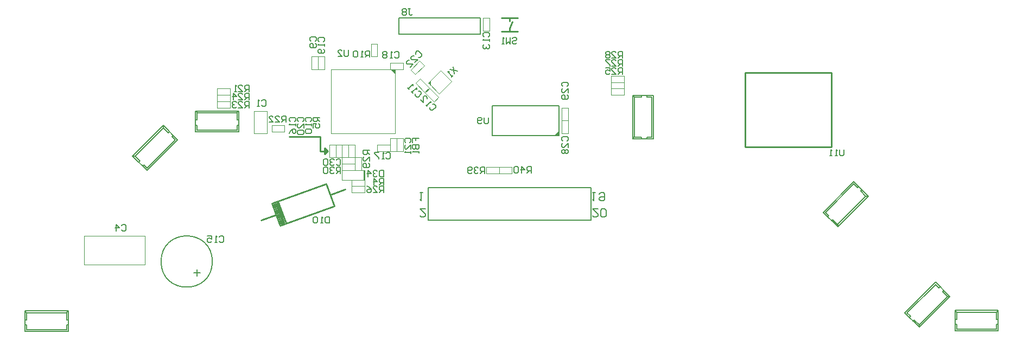
<source format=gbo>
G04 Layer_Color=32896*
%FSLAX44Y44*%
%MOMM*%
G71*
G01*
G75*
%ADD33C,0.1700*%
%ADD52C,0.2540*%
%ADD63C,0.1000*%
%ADD64C,0.2000*%
%ADD102C,0.1500*%
%ADD103C,0.2032*%
G36*
X880650Y287000D02*
X873400D01*
X880650Y294250D01*
Y287000D01*
D02*
G37*
G36*
X625000Y382750D02*
X617750Y390000D01*
X625000D01*
X625000Y382750D01*
D02*
G37*
D33*
X1563100Y10944D02*
X1566100Y13944D01*
X1498600D02*
X1501600Y10944D01*
X1498600Y-18056D02*
X1566100D01*
Y13944D01*
X1498600D02*
X1566100D01*
X1498600Y-18056D02*
Y13944D01*
X1501100Y-15556D02*
X1563600D01*
Y-8056D01*
X1566100D01*
X1501100Y-15556D02*
Y-8056D01*
X1498600D02*
X1501100D01*
X1498600Y-56D02*
X1501100D01*
Y10944D01*
X1501600D01*
X1563600Y-56D02*
X1566100D01*
X1563600D02*
Y10944D01*
X1563100D02*
X1563600D01*
X1501100D02*
X1563600D01*
X1442993Y-12659D02*
Y-8416D01*
X1486480Y35071D02*
X1490722D01*
X1420365Y9969D02*
X1468095Y57698D01*
X1420365Y9969D02*
X1442993Y-12659D01*
X1490722Y35071D01*
X1468095Y57698D02*
X1490722Y35071D01*
X1423901Y9969D02*
X1468095Y54163D01*
X1423901Y9969D02*
X1429204Y4665D01*
X1427436Y2898D02*
X1429204Y4665D01*
X1468095Y54163D02*
X1473398Y48860D01*
X1475166Y50627D01*
X1479055Y43203D02*
X1480823Y44970D01*
X1479055Y43203D02*
X1486833Y35424D01*
X1486480Y35071D02*
X1486833Y35424D01*
X1433093Y-2759D02*
X1434861Y-992D01*
X1442639Y-8770D01*
X1442993Y-8416D01*
X1442639Y-8770D02*
X1486833Y35424D01*
X112100Y9944D02*
X115100Y12944D01*
X47600D02*
X50600Y9944D01*
X47600Y-19056D02*
X115100D01*
Y12944D01*
X47600D02*
X115100D01*
X47600Y-19056D02*
Y12944D01*
X50100Y-16556D02*
X112600D01*
Y-9056D01*
X115100D01*
X50100Y-16556D02*
Y-9056D01*
X47600D02*
X50100D01*
X47600Y-1056D02*
X50100D01*
Y9944D01*
X50600D01*
X112600Y-1056D02*
X115100D01*
X112600D02*
Y9944D01*
X112100D02*
X112600D01*
X50100D02*
X112600D01*
X1315743Y144091D02*
Y148334D01*
X1359230Y191821D02*
X1363472D01*
X1293115Y166719D02*
X1340845Y214448D01*
X1293115Y166719D02*
X1315743Y144091D01*
X1363472Y191821D01*
X1340845Y214448D02*
X1363472Y191821D01*
X1296651Y166719D02*
X1340845Y210913D01*
X1296651Y166719D02*
X1301954Y161415D01*
X1300186Y159648D02*
X1301954Y161415D01*
X1340845Y210913D02*
X1346148Y205609D01*
X1347916Y207377D01*
X1351805Y199953D02*
X1353573Y201720D01*
X1351805Y199953D02*
X1359583Y192174D01*
X1359230Y191821D02*
X1359583Y192174D01*
X1305843Y153991D02*
X1307611Y155758D01*
X1315389Y147980D01*
X1315743Y148334D01*
X1315389Y147980D02*
X1359583Y192174D01*
X263207Y298306D02*
Y302549D01*
X215478Y254819D02*
X219720D01*
X238105Y232192D02*
X285835Y279921D01*
X263207Y302549D02*
X285835Y279921D01*
X215478Y254819D02*
X263207Y302549D01*
X215478Y254819D02*
X238105Y232192D01*
Y235727D02*
X282299Y279921D01*
X276996Y285225D02*
X282299Y279921D01*
X276996Y285225D02*
X278764Y286992D01*
X232802Y241031D02*
X238105Y235727D01*
X231034Y239263D02*
X232802Y241031D01*
X225377Y244920D02*
X227145Y246687D01*
X219367Y254466D02*
X227145Y246687D01*
X219367Y254466D02*
X219720Y254819D01*
X271339Y290882D02*
X273107Y292649D01*
X263561Y298660D02*
X271339Y290882D01*
X263207Y298306D02*
X263561Y298660D01*
X219367Y254466D02*
X263561Y298660D01*
X378100Y321944D02*
X381100Y324944D01*
X313600D02*
X316600Y321944D01*
X313600Y292944D02*
X381100D01*
Y324944D01*
X313600D02*
X381100D01*
X313600Y292944D02*
Y324944D01*
X316100Y295444D02*
X378600D01*
Y302944D01*
X381100D01*
X316100Y295444D02*
Y302944D01*
X313600D02*
X316100D01*
X313600Y310944D02*
X316100D01*
Y321944D01*
X316600D01*
X378600Y310944D02*
X381100D01*
X378600D02*
Y321944D01*
X378100D02*
X378600D01*
X316100D02*
X378600D01*
X995850Y349440D02*
X998850Y346440D01*
X995850Y281940D02*
X998850Y284940D01*
X1027850Y281940D02*
Y349440D01*
X995850D02*
X1027850D01*
X995850Y281940D02*
Y349440D01*
Y281940D02*
X1027850D01*
X1025350Y284440D02*
Y346940D01*
X1017850D02*
X1025350D01*
X1017850D02*
Y349440D01*
Y284440D02*
X1025350D01*
X1017850Y281940D02*
Y284440D01*
X1009850Y281940D02*
Y284440D01*
X998850D02*
X1009850D01*
X998850D02*
Y284940D01*
X1009850Y346940D02*
Y349440D01*
X998850Y346940D02*
X1009850D01*
X998850Y346440D02*
Y346940D01*
Y284440D02*
Y346940D01*
X770349Y314997D02*
Y306666D01*
X768682Y305000D01*
X765350D01*
X763684Y306666D01*
Y314997D01*
X760352Y306666D02*
X758686Y305000D01*
X755353D01*
X753687Y306666D01*
Y313331D01*
X755353Y314997D01*
X758686D01*
X760352Y313331D01*
Y311665D01*
X758686Y309998D01*
X753687D01*
X886669Y363335D02*
X885003Y365002D01*
Y368334D01*
X886669Y370000D01*
X893334D01*
X895000Y368334D01*
Y365002D01*
X893334Y363335D01*
X895000Y353339D02*
Y360003D01*
X888335Y353339D01*
X886669D01*
X885003Y355005D01*
Y358337D01*
X886669Y360003D01*
X893334Y350006D02*
X895000Y348340D01*
Y345008D01*
X893334Y343342D01*
X886669D01*
X885003Y345008D01*
Y348340D01*
X886669Y350006D01*
X888335D01*
X890002Y348340D01*
Y343342D01*
X886669Y278335D02*
X885003Y280002D01*
Y283334D01*
X886669Y285000D01*
X893334D01*
X895000Y283334D01*
Y280002D01*
X893334Y278335D01*
X895000Y268339D02*
Y275003D01*
X888335Y268339D01*
X886669D01*
X885003Y270005D01*
Y273337D01*
X886669Y275003D01*
Y265006D02*
X885003Y263340D01*
Y260008D01*
X886669Y258342D01*
X888335D01*
X890002Y260008D01*
X891668Y258342D01*
X893334D01*
X895000Y260008D01*
Y263340D01*
X893334Y265006D01*
X891668D01*
X890002Y263340D01*
X888335Y265006D01*
X886669D01*
X890002Y263340D02*
Y260008D01*
X417090Y340565D02*
X418756Y342231D01*
X422088D01*
X423754Y340565D01*
Y333900D01*
X422088Y332234D01*
X418756D01*
X417090Y333900D01*
X413757Y332234D02*
X410425D01*
X412091D01*
Y342231D01*
X413757Y340565D01*
X198335Y145831D02*
X200002Y147497D01*
X203334D01*
X205000Y145831D01*
Y139166D01*
X203334Y137500D01*
X200002D01*
X198335Y139166D01*
X190005Y137500D02*
Y147497D01*
X195003Y142498D01*
X188339D01*
X494169Y433835D02*
X492503Y435502D01*
Y438834D01*
X494169Y440500D01*
X500834D01*
X502500Y438834D01*
Y435502D01*
X500834Y433835D01*
Y430503D02*
X502500Y428837D01*
Y425505D01*
X500834Y423839D01*
X494169D01*
X492503Y425505D01*
Y428837D01*
X494169Y430503D01*
X495835D01*
X497502Y428837D01*
Y423839D01*
X486669Y308335D02*
X485003Y310002D01*
Y313334D01*
X486669Y315000D01*
X493334D01*
X495000Y313334D01*
Y310002D01*
X493334Y308335D01*
X495000Y305003D02*
Y301671D01*
Y303337D01*
X485003D01*
X486669Y305003D01*
Y296673D02*
X485003Y295006D01*
Y291674D01*
X486669Y290008D01*
X493334D01*
X495000Y291674D01*
Y295006D01*
X493334Y296673D01*
X486669D01*
X661178Y356386D02*
X663534D01*
X665891Y354029D01*
Y351673D01*
X661178Y346961D01*
X658822D01*
X656466Y349317D01*
Y351673D01*
X652931Y352851D02*
X650575Y355208D01*
X651753Y354029D01*
X658822Y361098D01*
Y358742D01*
X647041D02*
X644684Y361098D01*
X645862Y359920D01*
X652931Y366989D01*
Y364633D01*
X764169Y440835D02*
X762503Y442502D01*
Y445834D01*
X764169Y447500D01*
X770834D01*
X772500Y445834D01*
Y442502D01*
X770834Y440835D01*
X772500Y437503D02*
Y434171D01*
Y435837D01*
X762503D01*
X764169Y437503D01*
Y429173D02*
X762503Y427506D01*
Y424174D01*
X764169Y422508D01*
X765835D01*
X767502Y424174D01*
Y425840D01*
Y424174D01*
X769168Y422508D01*
X770834D01*
X772500Y424174D01*
Y427506D01*
X770834Y429173D01*
X350835Y128331D02*
X352502Y129997D01*
X355834D01*
X357500Y128331D01*
Y121666D01*
X355834Y120000D01*
X352502D01*
X350835Y121666D01*
X347503Y120000D02*
X344171D01*
X345837D01*
Y129997D01*
X347503Y128331D01*
X332508Y129997D02*
X339173D01*
Y124998D01*
X335840Y126664D01*
X334174D01*
X332508Y124998D01*
Y121666D01*
X334174Y120000D01*
X337506D01*
X339173Y121666D01*
X461669Y308335D02*
X460003Y310002D01*
Y313334D01*
X461669Y315000D01*
X468334D01*
X470000Y313334D01*
Y310002D01*
X468334Y308335D01*
X470000Y305003D02*
Y301671D01*
Y303337D01*
X460003D01*
X461669Y305003D01*
X460003Y290008D02*
X461669Y293340D01*
X465002Y296673D01*
X468334D01*
X470000Y295006D01*
Y291674D01*
X468334Y290008D01*
X466668D01*
X465002Y291674D01*
Y296673D01*
X611135Y258331D02*
X612802Y259997D01*
X616134D01*
X617800Y258331D01*
Y251666D01*
X616134Y250000D01*
X612802D01*
X611135Y251666D01*
X607803Y250000D02*
X604471D01*
X606137D01*
Y259997D01*
X607803Y258331D01*
X599473Y259997D02*
X592808D01*
Y258331D01*
X599473Y251666D01*
Y250000D01*
X624226Y416052D02*
X625892Y417718D01*
X629224D01*
X630890Y416052D01*
Y409388D01*
X629224Y407722D01*
X625892D01*
X624226Y409388D01*
X620894Y407722D02*
X617561D01*
X619227D01*
Y417718D01*
X620894Y416052D01*
X612563D02*
X610897Y417718D01*
X607565D01*
X605899Y416052D01*
Y414386D01*
X607565Y412720D01*
X605899Y411054D01*
Y409388D01*
X607565Y407722D01*
X610897D01*
X612563Y409388D01*
Y411054D01*
X610897Y412720D01*
X612563Y414386D01*
Y416052D01*
X610897Y412720D02*
X607565D01*
X506669Y433335D02*
X505003Y435002D01*
Y438334D01*
X506669Y440000D01*
X513334D01*
X515000Y438334D01*
Y435002D01*
X513334Y433335D01*
X515000Y430003D02*
Y426671D01*
Y428337D01*
X505003D01*
X506669Y430003D01*
X513334Y421673D02*
X515000Y420006D01*
Y416674D01*
X513334Y415008D01*
X506669D01*
X505003Y416674D01*
Y420006D01*
X506669Y421673D01*
X508335D01*
X510002Y420006D01*
Y415008D01*
X474169Y308335D02*
X472503Y310002D01*
Y313334D01*
X474169Y315000D01*
X480834D01*
X482500Y313334D01*
Y310002D01*
X480834Y308335D01*
X482500Y298339D02*
Y305003D01*
X475835Y298339D01*
X474169D01*
X472503Y300005D01*
Y303337D01*
X474169Y305003D01*
Y295006D02*
X472503Y293340D01*
Y290008D01*
X474169Y288342D01*
X480834D01*
X482500Y290008D01*
Y293340D01*
X480834Y295006D01*
X474169D01*
X641606Y275585D02*
X639939Y277252D01*
Y280584D01*
X641606Y282250D01*
X648270D01*
X649936Y280584D01*
Y277252D01*
X648270Y275585D01*
X649936Y265589D02*
Y272253D01*
X643272Y265589D01*
X641606D01*
X639939Y267255D01*
Y270587D01*
X641606Y272253D01*
X649936Y262257D02*
Y258924D01*
Y260590D01*
X639939D01*
X641606Y262257D01*
X656897Y413678D02*
Y416034D01*
X659253Y418391D01*
X661609D01*
X666322Y413678D01*
Y411322D01*
X663966Y408966D01*
X661609D01*
X655719Y400719D02*
X660431Y405431D01*
X651006D01*
X649828Y406609D01*
X649828Y408966D01*
X652184Y411322D01*
X654541D01*
X648650Y393650D02*
X653362Y398362D01*
X643937D01*
X642759Y399541D01*
X642759Y401897D01*
X645116Y404253D01*
X647472D01*
X522500Y159997D02*
Y150000D01*
X517502D01*
X515835Y151666D01*
Y158331D01*
X517502Y159997D01*
X522500D01*
X512503Y150000D02*
X509171D01*
X510837D01*
Y159997D01*
X512503Y158331D01*
X504173D02*
X502506Y159997D01*
X499174D01*
X497508Y158331D01*
Y151666D01*
X499174Y150000D01*
X502506D01*
X504173Y151666D01*
Y158331D01*
X652503Y275835D02*
Y282500D01*
X657502D01*
Y279168D01*
Y282500D01*
X662500D01*
X652503Y272503D02*
X662500D01*
Y267505D01*
X660834Y265839D01*
X659168D01*
X657502Y267505D01*
Y272503D01*
Y267505D01*
X655835Y265839D01*
X654169D01*
X652503Y267505D01*
Y272503D01*
X662500Y262506D02*
Y259174D01*
Y260840D01*
X652503D01*
X654169Y262506D01*
X645835Y484997D02*
X649168D01*
X647502D01*
Y476666D01*
X649168Y475000D01*
X650834D01*
X652500Y476666D01*
X642503Y483331D02*
X640837Y484997D01*
X637505D01*
X635839Y483331D01*
Y481665D01*
X637505Y479998D01*
X635839Y478332D01*
Y476666D01*
X637505Y475000D01*
X640837D01*
X642503Y476666D01*
Y478332D01*
X640837Y479998D01*
X642503Y481665D01*
Y483331D01*
X640837Y479998D02*
X637505D01*
X607500Y210000D02*
Y219997D01*
X602502D01*
X600835Y218331D01*
Y214998D01*
X602502Y213332D01*
X607500D01*
X604168D02*
X600835Y210000D01*
X592505D02*
Y219997D01*
X597503Y214998D01*
X590839D01*
X507500Y315000D02*
X497503D01*
Y310002D01*
X499169Y308335D01*
X502502D01*
X504168Y310002D01*
Y315000D01*
Y311668D02*
X507500Y308335D01*
X497503Y298339D02*
Y305003D01*
X502502D01*
X500835Y301671D01*
Y300005D01*
X502502Y298339D01*
X505834D01*
X507500Y300005D01*
Y303337D01*
X505834Y305003D01*
X584939Y408982D02*
Y418979D01*
X579940D01*
X578274Y417313D01*
Y413980D01*
X579940Y412314D01*
X584939D01*
X581606D02*
X578274Y408982D01*
X574942D02*
X571610D01*
X573276D01*
Y418979D01*
X574942Y417313D01*
X566611D02*
X564945Y418979D01*
X561613D01*
X559947Y417313D01*
Y410648D01*
X561613Y408982D01*
X564945D01*
X566611Y410648D01*
Y417313D01*
X808335Y438331D02*
X810002Y439997D01*
X813334D01*
X815000Y438331D01*
Y436665D01*
X813334Y434998D01*
X810002D01*
X808335Y433332D01*
Y431666D01*
X810002Y430000D01*
X813334D01*
X815000Y431666D01*
X805003Y439997D02*
Y430000D01*
X801671Y433332D01*
X798339Y430000D01*
Y439997D01*
X795006Y430000D02*
X791674D01*
X793340D01*
Y439997D01*
X795006Y438331D01*
X552500Y419997D02*
Y411666D01*
X550834Y410000D01*
X547502D01*
X545835Y411666D01*
Y419997D01*
X535839Y410000D02*
X542503D01*
X535839Y416665D01*
Y418331D01*
X537505Y419997D01*
X540837D01*
X542503Y418331D01*
X715431Y394569D02*
X717787Y382788D01*
X710719Y389856D02*
X722500Y387500D01*
X715431Y380431D02*
X713075Y378075D01*
X714253Y379253D01*
X707184Y386322D01*
X709541D01*
X683678Y335603D02*
X686034D01*
X688391Y333247D01*
Y330891D01*
X683678Y326178D01*
X681322D01*
X678966Y328534D01*
Y330891D01*
X675431Y332069D02*
X673075Y334425D01*
X674253Y333247D01*
X681322Y340316D01*
Y337959D01*
X664828Y342672D02*
X669541Y337959D01*
Y347384D01*
X670719Y348563D01*
X673075Y348563D01*
X675431Y346206D01*
Y343850D01*
X397500Y355000D02*
Y364997D01*
X392502D01*
X390835Y363331D01*
Y359998D01*
X392502Y358332D01*
X397500D01*
X394168D02*
X390835Y355000D01*
X380839D02*
X387503D01*
X380839Y361665D01*
Y363331D01*
X382505Y364997D01*
X385837D01*
X387503Y363331D01*
X377506Y355000D02*
X374174D01*
X375840D01*
Y364997D01*
X377506Y363331D01*
X455000Y307500D02*
Y317497D01*
X450002D01*
X448335Y315831D01*
Y312498D01*
X450002Y310832D01*
X455000D01*
X451668D02*
X448335Y307500D01*
X438339D02*
X445003D01*
X438339Y314165D01*
Y315831D01*
X440005Y317497D01*
X443337D01*
X445003Y315831D01*
X428342Y307500D02*
X435006D01*
X428342Y314165D01*
Y315831D01*
X430008Y317497D01*
X433340D01*
X435006Y315831D01*
X397500Y330000D02*
Y339997D01*
X392502D01*
X390835Y338331D01*
Y334998D01*
X392502Y333332D01*
X397500D01*
X394168D02*
X390835Y330000D01*
X380839D02*
X387503D01*
X380839Y336665D01*
Y338331D01*
X382505Y339997D01*
X385837D01*
X387503Y338331D01*
X377506D02*
X375840Y339997D01*
X372508D01*
X370842Y338331D01*
Y336665D01*
X372508Y334998D01*
X374174D01*
X372508D01*
X370842Y333332D01*
Y331666D01*
X372508Y330000D01*
X375840D01*
X377506Y331666D01*
X397500Y342500D02*
Y352497D01*
X392502D01*
X390835Y350831D01*
Y347498D01*
X392502Y345832D01*
X397500D01*
X394168D02*
X390835Y342500D01*
X380839D02*
X387503D01*
X380839Y349165D01*
Y350831D01*
X382505Y352497D01*
X385837D01*
X387503Y350831D01*
X372508Y342500D02*
Y352497D01*
X377506Y347498D01*
X370842D01*
X980000Y382500D02*
Y392497D01*
X975002D01*
X973335Y390831D01*
Y387498D01*
X975002Y385832D01*
X980000D01*
X976668D02*
X973335Y382500D01*
X963339D02*
X970003D01*
X963339Y389165D01*
Y390831D01*
X965005Y392497D01*
X968337D01*
X970003Y390831D01*
X953342Y392497D02*
X960006D01*
Y387498D01*
X956674Y389165D01*
X955008D01*
X953342Y387498D01*
Y384166D01*
X955008Y382500D01*
X958340D01*
X960006Y384166D01*
X607500Y197500D02*
Y207497D01*
X602502D01*
X600835Y205831D01*
Y202498D01*
X602502Y200832D01*
X607500D01*
X604168D02*
X600835Y197500D01*
X590839D02*
X597503D01*
X590839Y204165D01*
Y205831D01*
X592505Y207497D01*
X595837D01*
X597503Y205831D01*
X580842Y207497D02*
X584174Y205831D01*
X587506Y202498D01*
Y199166D01*
X585840Y197500D01*
X582508D01*
X580842Y199166D01*
Y200832D01*
X582508Y202498D01*
X587506D01*
X980000Y395000D02*
Y404997D01*
X975002D01*
X973335Y403331D01*
Y399998D01*
X975002Y398332D01*
X980000D01*
X976668D02*
X973335Y395000D01*
X963339D02*
X970003D01*
X963339Y401665D01*
Y403331D01*
X965005Y404997D01*
X968337D01*
X970003Y403331D01*
X960006Y404997D02*
X953342D01*
Y403331D01*
X960006Y396666D01*
Y395000D01*
X980000Y407500D02*
Y417497D01*
X975002D01*
X973335Y415831D01*
Y412498D01*
X975002Y410832D01*
X980000D01*
X976668D02*
X973335Y407500D01*
X963339D02*
X970003D01*
X963339Y414165D01*
Y415831D01*
X965005Y417497D01*
X968337D01*
X970003Y415831D01*
X960006D02*
X958340Y417497D01*
X955008D01*
X953342Y415831D01*
Y414165D01*
X955008Y412498D01*
X953342Y410832D01*
Y409166D01*
X955008Y407500D01*
X958340D01*
X960006Y409166D01*
Y410832D01*
X958340Y412498D01*
X960006Y414165D01*
Y415831D01*
X958340Y412498D02*
X955008D01*
X533335Y248331D02*
X535002Y249997D01*
X538334D01*
X540000Y248331D01*
Y241666D01*
X538334Y240000D01*
X535002D01*
X533335Y241666D01*
X530003Y248331D02*
X528337Y249997D01*
X525005D01*
X523339Y248331D01*
Y246665D01*
X525005Y244998D01*
X526671D01*
X525005D01*
X523339Y243332D01*
Y241666D01*
X525005Y240000D01*
X528337D01*
X530003Y241666D01*
X520006Y248331D02*
X518340Y249997D01*
X515008D01*
X513342Y248331D01*
Y241666D01*
X515008Y240000D01*
X518340D01*
X520006Y241666D01*
Y248331D01*
X607500Y232497D02*
Y222500D01*
X602502D01*
X600835Y224166D01*
Y230831D01*
X602502Y232497D01*
X607500D01*
X597503Y230831D02*
X595837Y232497D01*
X592505D01*
X590839Y230831D01*
Y229165D01*
X592505Y227498D01*
X594171D01*
X592505D01*
X590839Y225832D01*
Y224166D01*
X592505Y222500D01*
X595837D01*
X597503Y224166D01*
X582508Y222500D02*
Y232497D01*
X587506Y227498D01*
X580842D01*
X585000Y263750D02*
X575003D01*
Y258752D01*
X576669Y257085D01*
X580002D01*
X581668Y258752D01*
Y263750D01*
Y260418D02*
X585000Y257085D01*
Y247089D02*
Y253753D01*
X578335Y247089D01*
X576669D01*
X575003Y248755D01*
Y252087D01*
X576669Y253753D01*
X583334Y243756D02*
X585000Y242090D01*
Y238758D01*
X583334Y237092D01*
X576669D01*
X575003Y238758D01*
Y242090D01*
X576669Y243756D01*
X578335D01*
X580002Y242090D01*
Y237092D01*
X540000Y227500D02*
Y237497D01*
X535002D01*
X533335Y235831D01*
Y232498D01*
X535002Y230832D01*
X540000D01*
X536668D02*
X533335Y227500D01*
X530003Y235831D02*
X528337Y237497D01*
X525005D01*
X523339Y235831D01*
Y234165D01*
X525005Y232498D01*
X526671D01*
X525005D01*
X523339Y230832D01*
Y229166D01*
X525005Y227500D01*
X528337D01*
X530003Y229166D01*
X520006Y235831D02*
X518340Y237497D01*
X515008D01*
X513342Y235831D01*
Y229166D01*
X515008Y227500D01*
X518340D01*
X520006Y229166D01*
Y235831D01*
X1325000Y264997D02*
Y256666D01*
X1323334Y255000D01*
X1320002D01*
X1318336Y256666D01*
Y264997D01*
X1315003Y255000D02*
X1311671D01*
X1313337D01*
Y264997D01*
X1315003Y263331D01*
X1306673Y255000D02*
X1303340D01*
X1305006D01*
Y264997D01*
X1306673Y263331D01*
X765000Y227500D02*
Y237497D01*
X760002D01*
X758335Y235831D01*
Y232498D01*
X760002Y230832D01*
X765000D01*
X761668D02*
X758335Y227500D01*
X755003Y235831D02*
X753337Y237497D01*
X750005D01*
X748339Y235831D01*
Y234165D01*
X750005Y232498D01*
X751671D01*
X750005D01*
X748339Y230832D01*
Y229166D01*
X750005Y227500D01*
X753337D01*
X755003Y229166D01*
X745006D02*
X743340Y227500D01*
X740008D01*
X738342Y229166D01*
Y235831D01*
X740008Y237497D01*
X743340D01*
X745006Y235831D01*
Y234165D01*
X743340Y232498D01*
X738342D01*
X837500Y228594D02*
Y238591D01*
X832502D01*
X830835Y236924D01*
Y233592D01*
X832502Y231926D01*
X837500D01*
X834168D02*
X830835Y228594D01*
X822505D02*
Y238591D01*
X827503Y233592D01*
X820839D01*
X817506Y236924D02*
X815840Y238591D01*
X812508D01*
X810842Y236924D01*
Y230260D01*
X812508Y228594D01*
X815840D01*
X817506Y230260D01*
Y236924D01*
D52*
X460000Y285000D02*
X507500D01*
X508000Y262500D02*
Y285000D01*
Y262500D02*
X520000D01*
X515000Y267500D02*
X520000Y262500D01*
X515000Y257500D02*
Y267500D01*
Y257500D02*
X520000Y262500D01*
X1171000Y268750D02*
Y384750D01*
X1171000Y384750D02*
X1171000Y384750D01*
X1171000Y384750D02*
X1306000D01*
X1171000Y268750D02*
X1306000D01*
X1306000Y268750D02*
X1306000Y268750D01*
X1306000Y268750D02*
Y384750D01*
X803650Y454500D02*
X808150Y464500D01*
X803650Y449000D02*
Y454500D01*
Y465000D02*
Y470500D01*
X790650Y449000D02*
X816650D01*
X790650Y470500D02*
X816650D01*
X433108Y180552D02*
X445763Y145783D01*
X517680Y211334D02*
X530335Y176565D01*
X433108Y180552D02*
X517680Y211334D01*
X445763Y145783D02*
X530335Y176565D01*
X524008Y193950D02*
X547500Y202500D01*
X415943Y154617D02*
X439435Y163168D01*
X442505Y183972D02*
X454818Y150143D01*
X440156Y183117D02*
X452810Y148349D01*
X437806Y182262D02*
X450461Y147493D01*
X435457Y181407D02*
X448112Y146638D01*
D63*
X587500Y410000D02*
X597500D01*
X587500Y430000D02*
X597500D01*
Y410000D02*
Y430000D01*
X587500Y410000D02*
Y430000D01*
X597500Y262500D02*
Y272500D01*
X617500Y262500D02*
Y272500D01*
X597500Y262500D02*
X617500D01*
X597500Y272500D02*
X617500D01*
Y282500D02*
X627500D01*
X617500Y262500D02*
X627500D01*
X617500D02*
Y282500D01*
X627500Y262500D02*
Y282500D01*
X627500Y262500D02*
X637500D01*
X627500Y282500D02*
X637500D01*
Y262500D02*
Y282500D01*
X627500Y262500D02*
Y282500D01*
X405000Y290000D02*
X425000D01*
X405000D02*
Y325000D01*
X425000Y290000D02*
Y325000D01*
X405000D02*
X425000D01*
X982500Y350000D02*
Y360000D01*
X962500Y350000D02*
Y360000D01*
X982500D01*
X962500Y350000D02*
X982500D01*
Y360000D02*
Y370000D01*
X962500Y360000D02*
Y370000D01*
X982500D01*
X962500Y360000D02*
X982500D01*
Y370000D02*
Y380000D01*
X962500Y370000D02*
Y380000D01*
X982500D01*
X962500Y370000D02*
X982500D01*
X885000Y310000D02*
X895000D01*
X885000Y290000D02*
X895000D01*
X885000D02*
Y310000D01*
X895000Y290000D02*
Y310000D01*
X885000Y330000D02*
X895000D01*
X885000Y310000D02*
X895000D01*
X885000D02*
Y330000D01*
X895000Y310000D02*
Y330000D01*
X762500Y470000D02*
X772500D01*
X762500Y450000D02*
X772500D01*
X762500D02*
Y470000D01*
X772500Y450000D02*
Y470000D01*
X679797Y365757D02*
Y371414D01*
X678029Y367525D02*
Y369646D01*
X678913Y366641D02*
Y370530D01*
X676969Y368586D02*
X678029Y367525D01*
X693586Y351969D01*
X676969Y368586D02*
X696414Y388031D01*
X713031Y371414D01*
X693586Y351969D02*
X713031Y371414D01*
X671893Y353536D02*
X678964Y360607D01*
X686036Y339393D02*
X693107Y346465D01*
X671893Y353536D02*
X686036Y339393D01*
X678964Y360607D02*
X693107Y346465D01*
X656893Y368536D02*
X663964Y375607D01*
X671036Y354393D02*
X678107Y361465D01*
X656893Y368536D02*
X671036Y354393D01*
X663964Y375607D02*
X678107Y361465D01*
X649393Y388964D02*
X656464Y381893D01*
X663536Y403107D02*
X670607Y396036D01*
X656464Y381893D02*
X670607Y396036D01*
X649393Y388964D02*
X663536Y403107D01*
X617500Y390000D02*
Y400000D01*
X637500Y390000D02*
Y400000D01*
X617500Y390000D02*
X637500D01*
X617500Y400000D02*
X637500D01*
X625000Y290000D02*
Y390000D01*
X525000Y290000D02*
X625000D01*
X525000D02*
Y390000D01*
X625000D01*
X505000D02*
X515000D01*
X505000Y410000D02*
X515000D01*
Y390000D02*
Y410000D01*
X505000Y390000D02*
Y410000D01*
X495000D02*
X505000D01*
X495000Y390000D02*
X505000D01*
X495000D02*
Y410000D01*
X505000Y390000D02*
Y410000D01*
X557500Y197500D02*
Y207500D01*
X577500Y197500D02*
Y207500D01*
X557500Y197500D02*
X577500D01*
X557500Y207500D02*
X577500D01*
X557500Y207500D02*
Y217500D01*
X577500Y207500D02*
Y217500D01*
X557500Y207500D02*
X577500D01*
X557500Y217500D02*
X577500D01*
X575625D02*
Y232500D01*
X576875Y217500D02*
Y232500D01*
X576250Y217500D02*
Y232500D01*
X542500Y217500D02*
Y232500D01*
X577500Y217500D02*
Y232500D01*
X542500Y217500D02*
X577500D01*
X542500Y232500D02*
X577500D01*
X562500Y232500D02*
X572500D01*
X562500Y252500D02*
X572500D01*
Y232500D02*
Y252500D01*
X562500Y232500D02*
Y252500D01*
Y232500D02*
Y242500D01*
X542500Y232500D02*
Y242500D01*
X562500D01*
X542500Y232500D02*
X562500D01*
Y242500D02*
Y252500D01*
X542500Y242500D02*
Y252500D01*
X562500D01*
X542500Y242500D02*
X562500D01*
X532500Y272500D02*
X542500D01*
X532500Y252500D02*
X542500D01*
X532500D02*
Y272500D01*
X542500Y252500D02*
Y272500D01*
X522500D02*
X532500D01*
X522500Y252500D02*
X532500D01*
X522500D02*
Y272500D01*
X532500Y252500D02*
Y272500D01*
X542500Y252500D02*
X552500D01*
X542500Y272500D02*
X552500D01*
Y252500D02*
Y272500D01*
X542500Y252500D02*
Y272500D01*
X552500D02*
X562500D01*
X552500Y252500D02*
X562500D01*
X552500D02*
Y272500D01*
X562500Y252500D02*
Y272500D01*
X452500Y292500D02*
Y302500D01*
X432500Y292500D02*
Y302500D01*
X452500D01*
X432500Y292500D02*
X452500D01*
X347500Y330000D02*
Y340000D01*
X367500Y330000D02*
Y340000D01*
X347500Y330000D02*
X367500D01*
X347500Y340000D02*
X367500D01*
X347500Y340000D02*
Y350000D01*
X367500Y340000D02*
Y350000D01*
X347500Y340000D02*
X367500D01*
X347500Y350000D02*
X367500D01*
X347500Y350000D02*
Y360000D01*
X367500Y350000D02*
Y360000D01*
X347500Y350000D02*
X367500D01*
X347500Y360000D02*
X367500D01*
X140000Y85000D02*
X235000D01*
X140000D02*
Y130000D01*
X235000D01*
Y85000D02*
Y130000D01*
X767500Y227500D02*
Y237500D01*
X787500Y227500D02*
Y237500D01*
X767500Y227500D02*
X787500D01*
X767500Y237500D02*
X787500D01*
X807500Y227500D02*
Y237500D01*
X787500Y227500D02*
Y237500D01*
X807500D01*
X787500Y227500D02*
X807500D01*
D64*
X340000Y90000D02*
G03*
X340000Y90000I-40000J0D01*
G01*
X776650Y287000D02*
X880650D01*
X776650Y333000D02*
X880650D01*
Y287000D02*
Y333000D01*
X776650Y287000D02*
Y333000D01*
X630700Y444800D02*
Y470200D01*
Y444800D02*
X757700D01*
X630700Y470200D02*
X757700D01*
Y444800D02*
Y470200D01*
X930400Y154244D02*
Y205044D01*
X676400D02*
X695450D01*
X676400Y154244D02*
Y205044D01*
Y154244D02*
X695450D01*
X930400D01*
X695450Y205044D02*
X930400D01*
D102*
X315998Y67250D02*
Y77247D01*
X320996Y72248D02*
X310999D01*
D103*
X941404Y172024D02*
X932940D01*
X941404Y163560D01*
Y161444D01*
X939288Y159328D01*
X935056D01*
X932940Y161444D01*
X945636D02*
X947752Y159328D01*
X951984D01*
X954100Y161444D01*
Y169908D01*
X951984Y172024D01*
X947752D01*
X945636Y169908D01*
Y161444D01*
X932940Y197424D02*
X937172D01*
X935056D01*
Y184728D01*
X932940Y186844D01*
X943520Y195308D02*
X945636Y197424D01*
X949868D01*
X951984Y195308D01*
Y186844D01*
X949868Y184728D01*
X945636D01*
X943520Y186844D01*
Y188960D01*
X945636Y191076D01*
X951984D01*
X663700Y197424D02*
X667932D01*
X665816D01*
Y184728D01*
X663700Y186844D01*
X672164Y172024D02*
X663700D01*
X672164Y163560D01*
Y161444D01*
X670048Y159328D01*
X665816D01*
X663700Y161444D01*
M02*

</source>
